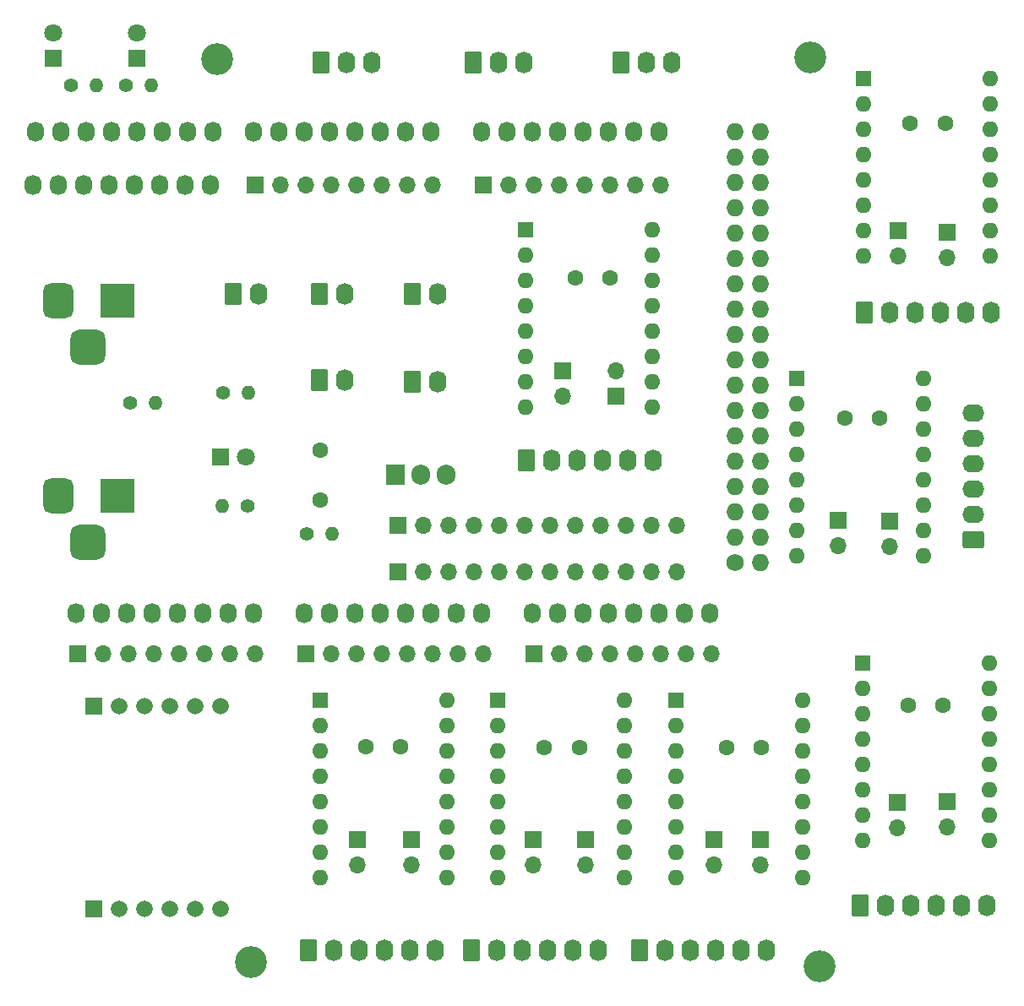
<source format=gbr>
G04 #@! TF.GenerationSoftware,KiCad,Pcbnew,8.0.2-1*
G04 #@! TF.CreationDate,2024-08-19T18:32:55+10:00*
G04 #@! TF.ProjectId,FORWARD 7 STEPPER DRIVER,464f5257-4152-4442-9037-205354455050,rev?*
G04 #@! TF.SameCoordinates,Original*
G04 #@! TF.FileFunction,Soldermask,Bot*
G04 #@! TF.FilePolarity,Negative*
%FSLAX46Y46*%
G04 Gerber Fmt 4.6, Leading zero omitted, Abs format (unit mm)*
G04 Created by KiCad (PCBNEW 8.0.2-1) date 2024-08-19 18:32:55*
%MOMM*%
%LPD*%
G01*
G04 APERTURE LIST*
G04 Aperture macros list*
%AMRoundRect*
0 Rectangle with rounded corners*
0 $1 Rounding radius*
0 $2 $3 $4 $5 $6 $7 $8 $9 X,Y pos of 4 corners*
0 Add a 4 corners polygon primitive as box body*
4,1,4,$2,$3,$4,$5,$6,$7,$8,$9,$2,$3,0*
0 Add four circle primitives for the rounded corners*
1,1,$1+$1,$2,$3*
1,1,$1+$1,$4,$5*
1,1,$1+$1,$6,$7*
1,1,$1+$1,$8,$9*
0 Add four rect primitives between the rounded corners*
20,1,$1+$1,$2,$3,$4,$5,0*
20,1,$1+$1,$4,$5,$6,$7,0*
20,1,$1+$1,$6,$7,$8,$9,0*
20,1,$1+$1,$8,$9,$2,$3,0*%
G04 Aperture macros list end*
%ADD10C,1.727200*%
%ADD11O,1.727200X1.727200*%
%ADD12O,1.727200X2.032000*%
%ADD13R,1.800000X1.800000*%
%ADD14C,1.800000*%
%ADD15C,1.400000*%
%ADD16O,1.400000X1.400000*%
%ADD17RoundRect,0.250000X-0.620000X-0.845000X0.620000X-0.845000X0.620000X0.845000X-0.620000X0.845000X0*%
%ADD18O,1.740000X2.190000*%
%ADD19R,1.700000X1.700000*%
%ADD20O,1.700000X1.700000*%
%ADD21C,1.600000*%
%ADD22R,1.600000X1.600000*%
%ADD23O,1.600000X1.600000*%
%ADD24C,3.200000*%
%ADD25R,3.500000X3.500000*%
%ADD26RoundRect,0.750000X-0.750000X-1.000000X0.750000X-1.000000X0.750000X1.000000X-0.750000X1.000000X0*%
%ADD27RoundRect,0.875000X-0.875000X-0.875000X0.875000X-0.875000X0.875000X0.875000X-0.875000X0.875000X0*%
%ADD28R,1.665000X1.665000*%
%ADD29C,1.665000*%
%ADD30RoundRect,0.250000X0.845000X-0.620000X0.845000X0.620000X-0.845000X0.620000X-0.845000X-0.620000X0*%
%ADD31O,2.190000X1.740000*%
%ADD32R,1.905000X2.000000*%
%ADD33O,1.905000X2.000000*%
G04 APERTURE END LIST*
D10*
X197358000Y-114046000D03*
D11*
X199898000Y-114046000D03*
X197358000Y-111506000D03*
X199898000Y-111506000D03*
X197358000Y-108966000D03*
X199898000Y-108966000D03*
X197358000Y-106426000D03*
X199898000Y-106426000D03*
X197358000Y-103886000D03*
X199898000Y-103886000D03*
X197358000Y-101346000D03*
X199898000Y-101346000D03*
X197358000Y-98806000D03*
X199898000Y-98806000D03*
X197358000Y-96266000D03*
X199898000Y-96266000D03*
X197358000Y-93726000D03*
X199898000Y-93726000D03*
X197358000Y-91186000D03*
X199898000Y-91186000D03*
X197358000Y-88646000D03*
X199898000Y-88646000D03*
X197358000Y-86106000D03*
X199898000Y-86106000D03*
X197358000Y-83566000D03*
X199898000Y-83566000D03*
X197358000Y-81026000D03*
X199898000Y-81026000D03*
X197358000Y-78486000D03*
X199898000Y-78486000D03*
X197358000Y-75946000D03*
X199898000Y-75946000D03*
X197358000Y-73406000D03*
X199898000Y-73406000D03*
X197358000Y-70866000D03*
X199898000Y-70866000D03*
D12*
X131318000Y-119126000D03*
X133858000Y-119126000D03*
X136398000Y-119126000D03*
X138938000Y-119126000D03*
X141478000Y-119126000D03*
X144018000Y-119126000D03*
X146558000Y-119126000D03*
X149098000Y-119126000D03*
X177038000Y-119126000D03*
X179578000Y-119126000D03*
X182118000Y-119126000D03*
X184658000Y-119126000D03*
X187198000Y-119126000D03*
X189738000Y-119126000D03*
X192278000Y-119126000D03*
X194818000Y-119126000D03*
X127254000Y-70866000D03*
X129794000Y-70866000D03*
X132334000Y-70866000D03*
X134874000Y-70866000D03*
X137414000Y-70866000D03*
X139954000Y-70866000D03*
X142494000Y-70866000D03*
X145034000Y-70866000D03*
X149098000Y-70866000D03*
X151638000Y-70866000D03*
X154178000Y-70866000D03*
X156718000Y-70866000D03*
X159258000Y-70866000D03*
X161798000Y-70866000D03*
X164338000Y-70866000D03*
X166878000Y-70866000D03*
X171958000Y-70866000D03*
X174498000Y-70866000D03*
X177038000Y-70866000D03*
X179578000Y-70866000D03*
X182118000Y-70866000D03*
X184658000Y-70866000D03*
X187198000Y-70866000D03*
X189738000Y-70866000D03*
D13*
X129000000Y-63500000D03*
D14*
X129000000Y-60960000D03*
D13*
X137400000Y-63490000D03*
D14*
X137400000Y-60950000D03*
D15*
X130780000Y-66200000D03*
D16*
X133320000Y-66200000D03*
D17*
X155680000Y-87170000D03*
D18*
X158220000Y-87170000D03*
D17*
X187820000Y-152950000D03*
D18*
X190360000Y-152950000D03*
X192900000Y-152950000D03*
X195440000Y-152950000D03*
X197980000Y-152950000D03*
X200520000Y-152950000D03*
D19*
X172085000Y-76200000D03*
D20*
X174625000Y-76200000D03*
X177165000Y-76200000D03*
X179705000Y-76200000D03*
X182245000Y-76200000D03*
X184785000Y-76200000D03*
X187325000Y-76200000D03*
X189865000Y-76200000D03*
D17*
X154610000Y-152950000D03*
D18*
X157150000Y-152950000D03*
X159690000Y-152950000D03*
X162230000Y-152950000D03*
X164770000Y-152950000D03*
X167310000Y-152950000D03*
D17*
X155850000Y-63900000D03*
D18*
X158390000Y-63900000D03*
X160930000Y-63900000D03*
D17*
X210320000Y-88950000D03*
D18*
X212860000Y-88950000D03*
X215400000Y-88950000D03*
X217940000Y-88950000D03*
X220480000Y-88950000D03*
X223020000Y-88950000D03*
D19*
X159500000Y-141800000D03*
D20*
X159500000Y-144340000D03*
D21*
X178250000Y-132600000D03*
X181750000Y-132600000D03*
D17*
X147030000Y-87170000D03*
D18*
X149570000Y-87170000D03*
D19*
X149225000Y-76200000D03*
D20*
X151765000Y-76200000D03*
X154305000Y-76200000D03*
X156845000Y-76200000D03*
X159385000Y-76200000D03*
X161925000Y-76200000D03*
X164465000Y-76200000D03*
X167005000Y-76200000D03*
D17*
X164980000Y-95920000D03*
D18*
X167520000Y-95920000D03*
D22*
X176350000Y-80720000D03*
D23*
X176350000Y-83260000D03*
X176350000Y-85800000D03*
X176350000Y-88340000D03*
X176350000Y-90880000D03*
X176350000Y-93420000D03*
X176350000Y-95960000D03*
X176350000Y-98500000D03*
X189050000Y-98500000D03*
X189050000Y-95960000D03*
X189050000Y-93420000D03*
X189050000Y-90880000D03*
X189050000Y-88340000D03*
X189050000Y-85800000D03*
X189050000Y-83260000D03*
X189050000Y-80720000D03*
D13*
X145820000Y-103500000D03*
D14*
X148360000Y-103500000D03*
D19*
X154305000Y-123190000D03*
D20*
X156845000Y-123190000D03*
X159385000Y-123190000D03*
X161925000Y-123190000D03*
X164465000Y-123190000D03*
X167005000Y-123190000D03*
X169545000Y-123190000D03*
X172085000Y-123190000D03*
D19*
X195250000Y-141860000D03*
D20*
X195250000Y-144400000D03*
D21*
X155800000Y-107800000D03*
X155800000Y-102800000D03*
D22*
X191450000Y-127870000D03*
D23*
X191450000Y-130410000D03*
X191450000Y-132950000D03*
X191450000Y-135490000D03*
X191450000Y-138030000D03*
X191450000Y-140570000D03*
X191450000Y-143110000D03*
X191450000Y-145650000D03*
X204150000Y-145650000D03*
X204150000Y-143110000D03*
X204150000Y-140570000D03*
X204150000Y-138030000D03*
X204150000Y-135490000D03*
X204150000Y-132950000D03*
X204150000Y-130410000D03*
X204150000Y-127870000D03*
D19*
X163610000Y-110350000D03*
D20*
X166150000Y-110350000D03*
X168690000Y-110350000D03*
X171230000Y-110350000D03*
X173770000Y-110350000D03*
X176310000Y-110350000D03*
X178850000Y-110350000D03*
X181390000Y-110350000D03*
X183930000Y-110350000D03*
X186470000Y-110350000D03*
X189010000Y-110350000D03*
X191550000Y-110350000D03*
D17*
X170900000Y-152950000D03*
D18*
X173440000Y-152950000D03*
X175980000Y-152950000D03*
X178520000Y-152950000D03*
X181060000Y-152950000D03*
X183600000Y-152950000D03*
D19*
X218600000Y-138025000D03*
D20*
X218600000Y-140565000D03*
D19*
X212850000Y-109890000D03*
D20*
X212850000Y-112430000D03*
D17*
X171120000Y-63900000D03*
D18*
X173660000Y-63900000D03*
X176200000Y-63900000D03*
D21*
X160350000Y-132500000D03*
X163850000Y-132500000D03*
D15*
X136280000Y-66250000D03*
D16*
X138820000Y-66250000D03*
D22*
X155750000Y-127870000D03*
D23*
X155750000Y-130410000D03*
X155750000Y-132950000D03*
X155750000Y-135490000D03*
X155750000Y-138030000D03*
X155750000Y-140570000D03*
X155750000Y-143110000D03*
X155750000Y-145650000D03*
X168450000Y-145650000D03*
X168450000Y-143110000D03*
X168450000Y-140570000D03*
X168450000Y-138030000D03*
X168450000Y-135490000D03*
X168450000Y-132950000D03*
X168450000Y-130410000D03*
X168450000Y-127870000D03*
D15*
X154450000Y-111150000D03*
D16*
X156990000Y-111150000D03*
D17*
X176410000Y-103800000D03*
D18*
X178950000Y-103800000D03*
X181490000Y-103800000D03*
X184030000Y-103800000D03*
X186570000Y-103800000D03*
X189110000Y-103800000D03*
D21*
X214900000Y-70050000D03*
X218400000Y-70050000D03*
D24*
X205800000Y-154500000D03*
D12*
X154178000Y-119126000D03*
X156718000Y-119126000D03*
X159258000Y-119126000D03*
X161798000Y-119126000D03*
X164338000Y-119126000D03*
X166878000Y-119126000D03*
X169418000Y-119126000D03*
X171958000Y-119126000D03*
D22*
X210250000Y-65570000D03*
D23*
X210250000Y-68110000D03*
X210250000Y-70650000D03*
X210250000Y-73190000D03*
X210250000Y-75730000D03*
X210250000Y-78270000D03*
X210250000Y-80810000D03*
X210250000Y-83350000D03*
X222950000Y-83350000D03*
X222950000Y-80810000D03*
X222950000Y-78270000D03*
X222950000Y-75730000D03*
X222950000Y-73190000D03*
X222950000Y-70650000D03*
X222950000Y-68110000D03*
X222950000Y-65570000D03*
D19*
X207640000Y-109850000D03*
D20*
X207640000Y-112390000D03*
D17*
X164980000Y-87170000D03*
D18*
X167520000Y-87170000D03*
D19*
X199900000Y-141860000D03*
D20*
X199900000Y-144400000D03*
D19*
X182400000Y-141860000D03*
D20*
X182400000Y-144400000D03*
D15*
X146030000Y-97000000D03*
D16*
X148570000Y-97000000D03*
D15*
X148470000Y-108400000D03*
D16*
X145930000Y-108400000D03*
D21*
X196500000Y-132600000D03*
X200000000Y-132600000D03*
D25*
X135500000Y-87792500D03*
D26*
X129500000Y-87792500D03*
D27*
X132500000Y-92492500D03*
D19*
X164900000Y-141860000D03*
D20*
X164900000Y-144400000D03*
D19*
X180100000Y-94835000D03*
D20*
X180100000Y-97375000D03*
D17*
X155680000Y-95800000D03*
D18*
X158220000Y-95800000D03*
D28*
X133050000Y-148800000D03*
D29*
X135590000Y-148800000D03*
X138130000Y-148800000D03*
X140670000Y-148800000D03*
X143210000Y-148800000D03*
X145750000Y-148800000D03*
D28*
X133050000Y-128480000D03*
D29*
X135590000Y-128480000D03*
X138130000Y-128480000D03*
X140670000Y-128480000D03*
X143210000Y-128480000D03*
X145750000Y-128480000D03*
D17*
X185910000Y-63900000D03*
D18*
X188450000Y-63900000D03*
X190990000Y-63900000D03*
D17*
X209880000Y-148400000D03*
D18*
X212420000Y-148400000D03*
X214960000Y-148400000D03*
X217500000Y-148400000D03*
X220040000Y-148400000D03*
X222580000Y-148400000D03*
D30*
X221250000Y-111730000D03*
D31*
X221250000Y-109190000D03*
X221250000Y-106650000D03*
X221250000Y-104110000D03*
X221250000Y-101570000D03*
X221250000Y-99030000D03*
D19*
X213700000Y-80810000D03*
D20*
X213700000Y-83350000D03*
D24*
X204900000Y-63450000D03*
D22*
X173550000Y-127870000D03*
D23*
X173550000Y-130410000D03*
X173550000Y-132950000D03*
X173550000Y-135490000D03*
X173550000Y-138030000D03*
X173550000Y-140570000D03*
X173550000Y-143110000D03*
X173550000Y-145650000D03*
X186250000Y-145650000D03*
X186250000Y-143110000D03*
X186250000Y-140570000D03*
X186250000Y-138030000D03*
X186250000Y-135490000D03*
X186250000Y-132950000D03*
X186250000Y-130410000D03*
X186250000Y-127870000D03*
D21*
X181350000Y-85500000D03*
X184850000Y-85500000D03*
D15*
X136690000Y-98045000D03*
D16*
X139230000Y-98045000D03*
D12*
X127000000Y-76200000D03*
X129540000Y-76200000D03*
X132080000Y-76200000D03*
X134620000Y-76200000D03*
X137160000Y-76200000D03*
X139700000Y-76200000D03*
X142240000Y-76200000D03*
X144780000Y-76200000D03*
D19*
X177165000Y-123190000D03*
D20*
X179705000Y-123190000D03*
X182245000Y-123190000D03*
X184785000Y-123190000D03*
X187325000Y-123190000D03*
X189865000Y-123190000D03*
X192405000Y-123190000D03*
X194945000Y-123190000D03*
D24*
X145450000Y-63550000D03*
D19*
X177150000Y-141860000D03*
D20*
X177150000Y-144400000D03*
D21*
X208330000Y-99600000D03*
X211830000Y-99600000D03*
D22*
X203500000Y-95600000D03*
D23*
X203500000Y-98140000D03*
X203500000Y-100680000D03*
X203500000Y-103220000D03*
X203500000Y-105760000D03*
X203500000Y-108300000D03*
X203500000Y-110840000D03*
X203500000Y-113380000D03*
X216200000Y-113380000D03*
X216200000Y-110840000D03*
X216200000Y-108300000D03*
X216200000Y-105760000D03*
X216200000Y-103220000D03*
X216200000Y-100680000D03*
X216200000Y-98140000D03*
X216200000Y-95600000D03*
D19*
X185450000Y-97390000D03*
D20*
X185450000Y-94850000D03*
D22*
X210100000Y-124120000D03*
D23*
X210100000Y-126660000D03*
X210100000Y-129200000D03*
X210100000Y-131740000D03*
X210100000Y-134280000D03*
X210100000Y-136820000D03*
X210100000Y-139360000D03*
X210100000Y-141900000D03*
X222800000Y-141900000D03*
X222800000Y-139360000D03*
X222800000Y-136820000D03*
X222800000Y-134280000D03*
X222800000Y-131740000D03*
X222800000Y-129200000D03*
X222800000Y-126660000D03*
X222800000Y-124120000D03*
D32*
X163300000Y-105250000D03*
D33*
X165840000Y-105250000D03*
X168380000Y-105250000D03*
D21*
X214700000Y-128400000D03*
X218200000Y-128400000D03*
D19*
X163610000Y-114950000D03*
D20*
X166150000Y-114950000D03*
X168690000Y-114950000D03*
X171230000Y-114950000D03*
X173770000Y-114950000D03*
X176310000Y-114950000D03*
X178850000Y-114950000D03*
X181390000Y-114950000D03*
X183930000Y-114950000D03*
X186470000Y-114950000D03*
X189010000Y-114950000D03*
X191550000Y-114950000D03*
D19*
X218600000Y-80910000D03*
D20*
X218600000Y-83450000D03*
D19*
X213650000Y-138075000D03*
D20*
X213650000Y-140615000D03*
D25*
X135500000Y-107342500D03*
D26*
X129500000Y-107342500D03*
D27*
X132500000Y-112042500D03*
D24*
X148850000Y-154100000D03*
D19*
X131445000Y-123190000D03*
D20*
X133985000Y-123190000D03*
X136525000Y-123190000D03*
X139065000Y-123190000D03*
X141605000Y-123190000D03*
X144145000Y-123190000D03*
X146685000Y-123190000D03*
X149225000Y-123190000D03*
M02*

</source>
